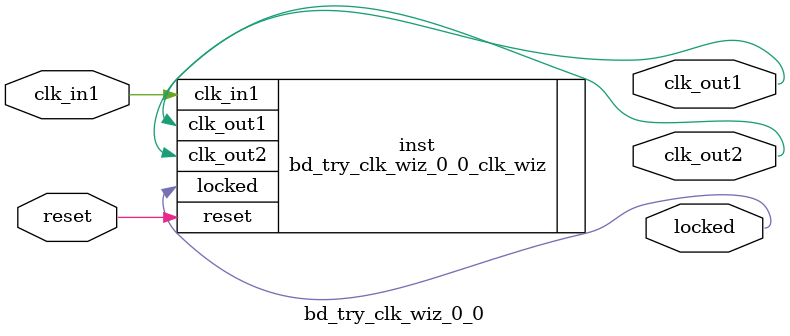
<source format=v>


`timescale 1ps/1ps

(* CORE_GENERATION_INFO = "bd_try_clk_wiz_0_0,clk_wiz_v6_0_4_0_0,{component_name=bd_try_clk_wiz_0_0,use_phase_alignment=true,use_min_o_jitter=false,use_max_i_jitter=false,use_dyn_phase_shift=false,use_inclk_switchover=false,use_dyn_reconfig=false,enable_axi=0,feedback_source=FDBK_AUTO,PRIMITIVE=MMCM,num_out_clk=2,clkin1_period=10.000,clkin2_period=10.000,use_power_down=false,use_reset=true,use_locked=true,use_inclk_stopped=false,feedback_type=SINGLE,CLOCK_MGR_TYPE=NA,manual_override=false}" *)

module bd_try_clk_wiz_0_0 
 (
  // Clock out ports
  output        clk_out1,
  output        clk_out2,
  // Status and control signals
  input         reset,
  output        locked,
 // Clock in ports
  input         clk_in1
 );

  bd_try_clk_wiz_0_0_clk_wiz inst
  (
  // Clock out ports  
  .clk_out1(clk_out1),
  .clk_out2(clk_out2),
  // Status and control signals               
  .reset(reset), 
  .locked(locked),
 // Clock in ports
  .clk_in1(clk_in1)
  );

endmodule

</source>
